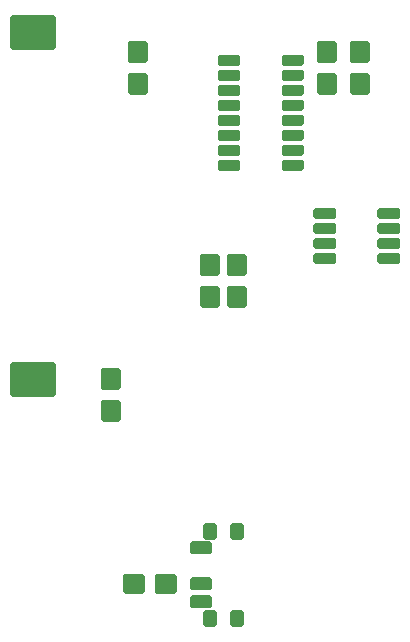
<source format=gbr>
%TF.GenerationSoftware,KiCad,Pcbnew,5.1.8-db9833491~88~ubuntu18.04.1*%
%TF.CreationDate,2020-11-25T20:35:17-08:00*%
%TF.ProjectId,xmas_ornament_2020,786d6173-5f6f-4726-9e61-6d656e745f32,rev?*%
%TF.SameCoordinates,Original*%
%TF.FileFunction,Soldermask,Bot*%
%TF.FilePolarity,Negative*%
%FSLAX46Y46*%
G04 Gerber Fmt 4.6, Leading zero omitted, Abs format (unit mm)*
G04 Created by KiCad (PCBNEW 5.1.8-db9833491~88~ubuntu18.04.1) date 2020-11-25 20:35:17*
%MOMM*%
%LPD*%
G01*
G04 APERTURE LIST*
G04 APERTURE END LIST*
%TO.C,F1*%
G36*
G01*
X84470000Y-116948000D02*
X83170000Y-116948000D01*
G75*
G02*
X82970000Y-116748000I0J200000D01*
G01*
X82970000Y-115248000D01*
G75*
G02*
X83170000Y-115048000I200000J0D01*
G01*
X84470000Y-115048000D01*
G75*
G02*
X84670000Y-115248000I0J-200000D01*
G01*
X84670000Y-116748000D01*
G75*
G02*
X84470000Y-116948000I-200000J0D01*
G01*
G37*
G36*
G01*
X84470000Y-119648000D02*
X83170000Y-119648000D01*
G75*
G02*
X82970000Y-119448000I0J200000D01*
G01*
X82970000Y-117948000D01*
G75*
G02*
X83170000Y-117748000I200000J0D01*
G01*
X84470000Y-117748000D01*
G75*
G02*
X84670000Y-117948000I0J-200000D01*
G01*
X84670000Y-119448000D01*
G75*
G02*
X84470000Y-119648000I-200000J0D01*
G01*
G37*
%TD*%
%TO.C,3V1*%
G36*
G01*
X78971000Y-117496000D02*
X75461000Y-117496000D01*
G75*
G02*
X75261000Y-117296000I0J200000D01*
G01*
X75261000Y-114756000D01*
G75*
G02*
X75461000Y-114556000I200000J0D01*
G01*
X78971000Y-114556000D01*
G75*
G02*
X79171000Y-114756000I0J-200000D01*
G01*
X79171000Y-117296000D01*
G75*
G02*
X78971000Y-117496000I-200000J0D01*
G01*
G37*
G36*
G01*
X78971000Y-88136000D02*
X75461000Y-88136000D01*
G75*
G02*
X75261000Y-87936000I0J200000D01*
G01*
X75261000Y-85396000D01*
G75*
G02*
X75461000Y-85196000I200000J0D01*
G01*
X78971000Y-85196000D01*
G75*
G02*
X79171000Y-85396000I0J-200000D01*
G01*
X79171000Y-87936000D01*
G75*
G02*
X78971000Y-88136000I-200000J0D01*
G01*
G37*
%TD*%
%TO.C,F1*%
G36*
G01*
X84822000Y-134000000D02*
X84822000Y-132700000D01*
G75*
G02*
X85022000Y-132500000I200000J0D01*
G01*
X86522000Y-132500000D01*
G75*
G02*
X86722000Y-132700000I0J-200000D01*
G01*
X86722000Y-134000000D01*
G75*
G02*
X86522000Y-134200000I-200000J0D01*
G01*
X85022000Y-134200000D01*
G75*
G02*
X84822000Y-134000000I0J200000D01*
G01*
G37*
G36*
G01*
X87522000Y-134000000D02*
X87522000Y-132700000D01*
G75*
G02*
X87722000Y-132500000I200000J0D01*
G01*
X89222000Y-132500000D01*
G75*
G02*
X89422000Y-132700000I0J-200000D01*
G01*
X89422000Y-134000000D01*
G75*
G02*
X89222000Y-134200000I-200000J0D01*
G01*
X87722000Y-134200000D01*
G75*
G02*
X87522000Y-134000000I0J200000D01*
G01*
G37*
%TD*%
%TO.C,R1*%
G36*
G01*
X101458000Y-87362000D02*
X102758000Y-87362000D01*
G75*
G02*
X102958000Y-87562000I0J-200000D01*
G01*
X102958000Y-89062000D01*
G75*
G02*
X102758000Y-89262000I-200000J0D01*
G01*
X101458000Y-89262000D01*
G75*
G02*
X101258000Y-89062000I0J200000D01*
G01*
X101258000Y-87562000D01*
G75*
G02*
X101458000Y-87362000I200000J0D01*
G01*
G37*
G36*
G01*
X101458000Y-90062000D02*
X102758000Y-90062000D01*
G75*
G02*
X102958000Y-90262000I0J-200000D01*
G01*
X102958000Y-91762000D01*
G75*
G02*
X102758000Y-91962000I-200000J0D01*
G01*
X101458000Y-91962000D01*
G75*
G02*
X101258000Y-91762000I0J200000D01*
G01*
X101258000Y-90262000D01*
G75*
G02*
X101458000Y-90062000I200000J0D01*
G01*
G37*
%TD*%
%TO.C,R2*%
G36*
G01*
X104252000Y-87362000D02*
X105552000Y-87362000D01*
G75*
G02*
X105752000Y-87562000I0J-200000D01*
G01*
X105752000Y-89062000D01*
G75*
G02*
X105552000Y-89262000I-200000J0D01*
G01*
X104252000Y-89262000D01*
G75*
G02*
X104052000Y-89062000I0J200000D01*
G01*
X104052000Y-87562000D01*
G75*
G02*
X104252000Y-87362000I200000J0D01*
G01*
G37*
G36*
G01*
X104252000Y-90062000D02*
X105552000Y-90062000D01*
G75*
G02*
X105752000Y-90262000I0J-200000D01*
G01*
X105752000Y-91762000D01*
G75*
G02*
X105552000Y-91962000I-200000J0D01*
G01*
X104252000Y-91962000D01*
G75*
G02*
X104052000Y-91762000I0J200000D01*
G01*
X104052000Y-90262000D01*
G75*
G02*
X104252000Y-90062000I200000J0D01*
G01*
G37*
%TD*%
%TO.C,R3*%
G36*
G01*
X95138000Y-109996000D02*
X93838000Y-109996000D01*
G75*
G02*
X93638000Y-109796000I0J200000D01*
G01*
X93638000Y-108296000D01*
G75*
G02*
X93838000Y-108096000I200000J0D01*
G01*
X95138000Y-108096000D01*
G75*
G02*
X95338000Y-108296000I0J-200000D01*
G01*
X95338000Y-109796000D01*
G75*
G02*
X95138000Y-109996000I-200000J0D01*
G01*
G37*
G36*
G01*
X95138000Y-107296000D02*
X93838000Y-107296000D01*
G75*
G02*
X93638000Y-107096000I0J200000D01*
G01*
X93638000Y-105596000D01*
G75*
G02*
X93838000Y-105396000I200000J0D01*
G01*
X95138000Y-105396000D01*
G75*
G02*
X95338000Y-105596000I0J-200000D01*
G01*
X95338000Y-107096000D01*
G75*
G02*
X95138000Y-107296000I-200000J0D01*
G01*
G37*
%TD*%
%TO.C,R4*%
G36*
G01*
X92852000Y-109996000D02*
X91552000Y-109996000D01*
G75*
G02*
X91352000Y-109796000I0J200000D01*
G01*
X91352000Y-108296000D01*
G75*
G02*
X91552000Y-108096000I200000J0D01*
G01*
X92852000Y-108096000D01*
G75*
G02*
X93052000Y-108296000I0J-200000D01*
G01*
X93052000Y-109796000D01*
G75*
G02*
X92852000Y-109996000I-200000J0D01*
G01*
G37*
G36*
G01*
X92852000Y-107296000D02*
X91552000Y-107296000D01*
G75*
G02*
X91352000Y-107096000I0J200000D01*
G01*
X91352000Y-105596000D01*
G75*
G02*
X91552000Y-105396000I200000J0D01*
G01*
X92852000Y-105396000D01*
G75*
G02*
X93052000Y-105596000I0J-200000D01*
G01*
X93052000Y-107096000D01*
G75*
G02*
X92852000Y-107296000I-200000J0D01*
G01*
G37*
%TD*%
%TO.C,R5*%
G36*
G01*
X85456000Y-87362000D02*
X86756000Y-87362000D01*
G75*
G02*
X86956000Y-87562000I0J-200000D01*
G01*
X86956000Y-89062000D01*
G75*
G02*
X86756000Y-89262000I-200000J0D01*
G01*
X85456000Y-89262000D01*
G75*
G02*
X85256000Y-89062000I0J200000D01*
G01*
X85256000Y-87562000D01*
G75*
G02*
X85456000Y-87362000I200000J0D01*
G01*
G37*
G36*
G01*
X85456000Y-90062000D02*
X86756000Y-90062000D01*
G75*
G02*
X86956000Y-90262000I0J-200000D01*
G01*
X86956000Y-91762000D01*
G75*
G02*
X86756000Y-91962000I-200000J0D01*
G01*
X85456000Y-91962000D01*
G75*
G02*
X85256000Y-91762000I0J200000D01*
G01*
X85256000Y-90262000D01*
G75*
G02*
X85456000Y-90062000I200000J0D01*
G01*
G37*
%TD*%
%TO.C,SW1*%
G36*
G01*
X90690000Y-129752000D02*
X92190000Y-129752000D01*
G75*
G02*
X92390000Y-129952000I0J-200000D01*
G01*
X92390000Y-130652000D01*
G75*
G02*
X92190000Y-130852000I-200000J0D01*
G01*
X90690000Y-130852000D01*
G75*
G02*
X90490000Y-130652000I0J200000D01*
G01*
X90490000Y-129952000D01*
G75*
G02*
X90690000Y-129752000I200000J0D01*
G01*
G37*
G36*
G01*
X90690000Y-132800000D02*
X92190000Y-132800000D01*
G75*
G02*
X92390000Y-133000000I0J-200000D01*
G01*
X92390000Y-133700000D01*
G75*
G02*
X92190000Y-133900000I-200000J0D01*
G01*
X90690000Y-133900000D01*
G75*
G02*
X90490000Y-133700000I0J200000D01*
G01*
X90490000Y-133000000D01*
G75*
G02*
X90690000Y-132800000I200000J0D01*
G01*
G37*
G36*
G01*
X90690000Y-134324000D02*
X92190000Y-134324000D01*
G75*
G02*
X92390000Y-134524000I0J-200000D01*
G01*
X92390000Y-135224000D01*
G75*
G02*
X92190000Y-135424000I-200000J0D01*
G01*
X90690000Y-135424000D01*
G75*
G02*
X90490000Y-135224000I0J200000D01*
G01*
X90490000Y-134524000D01*
G75*
G02*
X90690000Y-134324000I200000J0D01*
G01*
G37*
G36*
G01*
X91802000Y-128205000D02*
X92602000Y-128205000D01*
G75*
G02*
X92802000Y-128405000I0J-200000D01*
G01*
X92802000Y-129405000D01*
G75*
G02*
X92602000Y-129605000I-200000J0D01*
G01*
X91802000Y-129605000D01*
G75*
G02*
X91602000Y-129405000I0J200000D01*
G01*
X91602000Y-128405000D01*
G75*
G02*
X91802000Y-128205000I200000J0D01*
G01*
G37*
G36*
G01*
X94088000Y-128205000D02*
X94888000Y-128205000D01*
G75*
G02*
X95088000Y-128405000I0J-200000D01*
G01*
X95088000Y-129405000D01*
G75*
G02*
X94888000Y-129605000I-200000J0D01*
G01*
X94088000Y-129605000D01*
G75*
G02*
X93888000Y-129405000I0J200000D01*
G01*
X93888000Y-128405000D01*
G75*
G02*
X94088000Y-128205000I200000J0D01*
G01*
G37*
G36*
G01*
X91802000Y-135571000D02*
X92602000Y-135571000D01*
G75*
G02*
X92802000Y-135771000I0J-200000D01*
G01*
X92802000Y-136771000D01*
G75*
G02*
X92602000Y-136971000I-200000J0D01*
G01*
X91802000Y-136971000D01*
G75*
G02*
X91602000Y-136771000I0J200000D01*
G01*
X91602000Y-135771000D01*
G75*
G02*
X91802000Y-135571000I200000J0D01*
G01*
G37*
G36*
G01*
X94088000Y-135571000D02*
X94888000Y-135571000D01*
G75*
G02*
X95088000Y-135771000I0J-200000D01*
G01*
X95088000Y-136771000D01*
G75*
G02*
X94888000Y-136971000I-200000J0D01*
G01*
X94088000Y-136971000D01*
G75*
G02*
X93888000Y-136771000I0J200000D01*
G01*
X93888000Y-135771000D01*
G75*
G02*
X94088000Y-135571000I200000J0D01*
G01*
G37*
%TD*%
%TO.C,U1*%
G36*
G01*
X100170000Y-88727000D02*
X100170000Y-89327000D01*
G75*
G02*
X99970000Y-89527000I-200000J0D01*
G01*
X98470000Y-89527000D01*
G75*
G02*
X98270000Y-89327000I0J200000D01*
G01*
X98270000Y-88727000D01*
G75*
G02*
X98470000Y-88527000I200000J0D01*
G01*
X99970000Y-88527000D01*
G75*
G02*
X100170000Y-88727000I0J-200000D01*
G01*
G37*
G36*
G01*
X100170000Y-89997000D02*
X100170000Y-90597000D01*
G75*
G02*
X99970000Y-90797000I-200000J0D01*
G01*
X98470000Y-90797000D01*
G75*
G02*
X98270000Y-90597000I0J200000D01*
G01*
X98270000Y-89997000D01*
G75*
G02*
X98470000Y-89797000I200000J0D01*
G01*
X99970000Y-89797000D01*
G75*
G02*
X100170000Y-89997000I0J-200000D01*
G01*
G37*
G36*
G01*
X100170000Y-91267000D02*
X100170000Y-91867000D01*
G75*
G02*
X99970000Y-92067000I-200000J0D01*
G01*
X98470000Y-92067000D01*
G75*
G02*
X98270000Y-91867000I0J200000D01*
G01*
X98270000Y-91267000D01*
G75*
G02*
X98470000Y-91067000I200000J0D01*
G01*
X99970000Y-91067000D01*
G75*
G02*
X100170000Y-91267000I0J-200000D01*
G01*
G37*
G36*
G01*
X100170000Y-92537000D02*
X100170000Y-93137000D01*
G75*
G02*
X99970000Y-93337000I-200000J0D01*
G01*
X98470000Y-93337000D01*
G75*
G02*
X98270000Y-93137000I0J200000D01*
G01*
X98270000Y-92537000D01*
G75*
G02*
X98470000Y-92337000I200000J0D01*
G01*
X99970000Y-92337000D01*
G75*
G02*
X100170000Y-92537000I0J-200000D01*
G01*
G37*
G36*
G01*
X100170000Y-93807000D02*
X100170000Y-94407000D01*
G75*
G02*
X99970000Y-94607000I-200000J0D01*
G01*
X98470000Y-94607000D01*
G75*
G02*
X98270000Y-94407000I0J200000D01*
G01*
X98270000Y-93807000D01*
G75*
G02*
X98470000Y-93607000I200000J0D01*
G01*
X99970000Y-93607000D01*
G75*
G02*
X100170000Y-93807000I0J-200000D01*
G01*
G37*
G36*
G01*
X100170000Y-95077000D02*
X100170000Y-95677000D01*
G75*
G02*
X99970000Y-95877000I-200000J0D01*
G01*
X98470000Y-95877000D01*
G75*
G02*
X98270000Y-95677000I0J200000D01*
G01*
X98270000Y-95077000D01*
G75*
G02*
X98470000Y-94877000I200000J0D01*
G01*
X99970000Y-94877000D01*
G75*
G02*
X100170000Y-95077000I0J-200000D01*
G01*
G37*
G36*
G01*
X100170000Y-96347000D02*
X100170000Y-96947000D01*
G75*
G02*
X99970000Y-97147000I-200000J0D01*
G01*
X98470000Y-97147000D01*
G75*
G02*
X98270000Y-96947000I0J200000D01*
G01*
X98270000Y-96347000D01*
G75*
G02*
X98470000Y-96147000I200000J0D01*
G01*
X99970000Y-96147000D01*
G75*
G02*
X100170000Y-96347000I0J-200000D01*
G01*
G37*
G36*
G01*
X100170000Y-97617000D02*
X100170000Y-98217000D01*
G75*
G02*
X99970000Y-98417000I-200000J0D01*
G01*
X98470000Y-98417000D01*
G75*
G02*
X98270000Y-98217000I0J200000D01*
G01*
X98270000Y-97617000D01*
G75*
G02*
X98470000Y-97417000I200000J0D01*
G01*
X99970000Y-97417000D01*
G75*
G02*
X100170000Y-97617000I0J-200000D01*
G01*
G37*
G36*
G01*
X94770000Y-97617000D02*
X94770000Y-98217000D01*
G75*
G02*
X94570000Y-98417000I-200000J0D01*
G01*
X93070000Y-98417000D01*
G75*
G02*
X92870000Y-98217000I0J200000D01*
G01*
X92870000Y-97617000D01*
G75*
G02*
X93070000Y-97417000I200000J0D01*
G01*
X94570000Y-97417000D01*
G75*
G02*
X94770000Y-97617000I0J-200000D01*
G01*
G37*
G36*
G01*
X94770000Y-96347000D02*
X94770000Y-96947000D01*
G75*
G02*
X94570000Y-97147000I-200000J0D01*
G01*
X93070000Y-97147000D01*
G75*
G02*
X92870000Y-96947000I0J200000D01*
G01*
X92870000Y-96347000D01*
G75*
G02*
X93070000Y-96147000I200000J0D01*
G01*
X94570000Y-96147000D01*
G75*
G02*
X94770000Y-96347000I0J-200000D01*
G01*
G37*
G36*
G01*
X94770000Y-95077000D02*
X94770000Y-95677000D01*
G75*
G02*
X94570000Y-95877000I-200000J0D01*
G01*
X93070000Y-95877000D01*
G75*
G02*
X92870000Y-95677000I0J200000D01*
G01*
X92870000Y-95077000D01*
G75*
G02*
X93070000Y-94877000I200000J0D01*
G01*
X94570000Y-94877000D01*
G75*
G02*
X94770000Y-95077000I0J-200000D01*
G01*
G37*
G36*
G01*
X94770000Y-93807000D02*
X94770000Y-94407000D01*
G75*
G02*
X94570000Y-94607000I-200000J0D01*
G01*
X93070000Y-94607000D01*
G75*
G02*
X92870000Y-94407000I0J200000D01*
G01*
X92870000Y-93807000D01*
G75*
G02*
X93070000Y-93607000I200000J0D01*
G01*
X94570000Y-93607000D01*
G75*
G02*
X94770000Y-93807000I0J-200000D01*
G01*
G37*
G36*
G01*
X94770000Y-92537000D02*
X94770000Y-93137000D01*
G75*
G02*
X94570000Y-93337000I-200000J0D01*
G01*
X93070000Y-93337000D01*
G75*
G02*
X92870000Y-93137000I0J200000D01*
G01*
X92870000Y-92537000D01*
G75*
G02*
X93070000Y-92337000I200000J0D01*
G01*
X94570000Y-92337000D01*
G75*
G02*
X94770000Y-92537000I0J-200000D01*
G01*
G37*
G36*
G01*
X94770000Y-91267000D02*
X94770000Y-91867000D01*
G75*
G02*
X94570000Y-92067000I-200000J0D01*
G01*
X93070000Y-92067000D01*
G75*
G02*
X92870000Y-91867000I0J200000D01*
G01*
X92870000Y-91267000D01*
G75*
G02*
X93070000Y-91067000I200000J0D01*
G01*
X94570000Y-91067000D01*
G75*
G02*
X94770000Y-91267000I0J-200000D01*
G01*
G37*
G36*
G01*
X94770000Y-89997000D02*
X94770000Y-90597000D01*
G75*
G02*
X94570000Y-90797000I-200000J0D01*
G01*
X93070000Y-90797000D01*
G75*
G02*
X92870000Y-90597000I0J200000D01*
G01*
X92870000Y-89997000D01*
G75*
G02*
X93070000Y-89797000I200000J0D01*
G01*
X94570000Y-89797000D01*
G75*
G02*
X94770000Y-89997000I0J-200000D01*
G01*
G37*
G36*
G01*
X94770000Y-88727000D02*
X94770000Y-89327000D01*
G75*
G02*
X94570000Y-89527000I-200000J0D01*
G01*
X93070000Y-89527000D01*
G75*
G02*
X92870000Y-89327000I0J200000D01*
G01*
X92870000Y-88727000D01*
G75*
G02*
X93070000Y-88527000I200000J0D01*
G01*
X94570000Y-88527000D01*
G75*
G02*
X94770000Y-88727000I0J-200000D01*
G01*
G37*
%TD*%
%TO.C,U2*%
G36*
G01*
X108323000Y-101681000D02*
X108323000Y-102281000D01*
G75*
G02*
X108123000Y-102481000I-200000J0D01*
G01*
X106573000Y-102481000D01*
G75*
G02*
X106373000Y-102281000I0J200000D01*
G01*
X106373000Y-101681000D01*
G75*
G02*
X106573000Y-101481000I200000J0D01*
G01*
X108123000Y-101481000D01*
G75*
G02*
X108323000Y-101681000I0J-200000D01*
G01*
G37*
G36*
G01*
X108323000Y-102951000D02*
X108323000Y-103551000D01*
G75*
G02*
X108123000Y-103751000I-200000J0D01*
G01*
X106573000Y-103751000D01*
G75*
G02*
X106373000Y-103551000I0J200000D01*
G01*
X106373000Y-102951000D01*
G75*
G02*
X106573000Y-102751000I200000J0D01*
G01*
X108123000Y-102751000D01*
G75*
G02*
X108323000Y-102951000I0J-200000D01*
G01*
G37*
G36*
G01*
X108323000Y-104221000D02*
X108323000Y-104821000D01*
G75*
G02*
X108123000Y-105021000I-200000J0D01*
G01*
X106573000Y-105021000D01*
G75*
G02*
X106373000Y-104821000I0J200000D01*
G01*
X106373000Y-104221000D01*
G75*
G02*
X106573000Y-104021000I200000J0D01*
G01*
X108123000Y-104021000D01*
G75*
G02*
X108323000Y-104221000I0J-200000D01*
G01*
G37*
G36*
G01*
X108323000Y-105491000D02*
X108323000Y-106091000D01*
G75*
G02*
X108123000Y-106291000I-200000J0D01*
G01*
X106573000Y-106291000D01*
G75*
G02*
X106373000Y-106091000I0J200000D01*
G01*
X106373000Y-105491000D01*
G75*
G02*
X106573000Y-105291000I200000J0D01*
G01*
X108123000Y-105291000D01*
G75*
G02*
X108323000Y-105491000I0J-200000D01*
G01*
G37*
G36*
G01*
X102923000Y-105491000D02*
X102923000Y-106091000D01*
G75*
G02*
X102723000Y-106291000I-200000J0D01*
G01*
X101173000Y-106291000D01*
G75*
G02*
X100973000Y-106091000I0J200000D01*
G01*
X100973000Y-105491000D01*
G75*
G02*
X101173000Y-105291000I200000J0D01*
G01*
X102723000Y-105291000D01*
G75*
G02*
X102923000Y-105491000I0J-200000D01*
G01*
G37*
G36*
G01*
X102923000Y-104221000D02*
X102923000Y-104821000D01*
G75*
G02*
X102723000Y-105021000I-200000J0D01*
G01*
X101173000Y-105021000D01*
G75*
G02*
X100973000Y-104821000I0J200000D01*
G01*
X100973000Y-104221000D01*
G75*
G02*
X101173000Y-104021000I200000J0D01*
G01*
X102723000Y-104021000D01*
G75*
G02*
X102923000Y-104221000I0J-200000D01*
G01*
G37*
G36*
G01*
X102923000Y-102951000D02*
X102923000Y-103551000D01*
G75*
G02*
X102723000Y-103751000I-200000J0D01*
G01*
X101173000Y-103751000D01*
G75*
G02*
X100973000Y-103551000I0J200000D01*
G01*
X100973000Y-102951000D01*
G75*
G02*
X101173000Y-102751000I200000J0D01*
G01*
X102723000Y-102751000D01*
G75*
G02*
X102923000Y-102951000I0J-200000D01*
G01*
G37*
G36*
G01*
X102923000Y-101681000D02*
X102923000Y-102281000D01*
G75*
G02*
X102723000Y-102481000I-200000J0D01*
G01*
X101173000Y-102481000D01*
G75*
G02*
X100973000Y-102281000I0J200000D01*
G01*
X100973000Y-101681000D01*
G75*
G02*
X101173000Y-101481000I200000J0D01*
G01*
X102723000Y-101481000D01*
G75*
G02*
X102923000Y-101681000I0J-200000D01*
G01*
G37*
%TD*%
M02*

</source>
